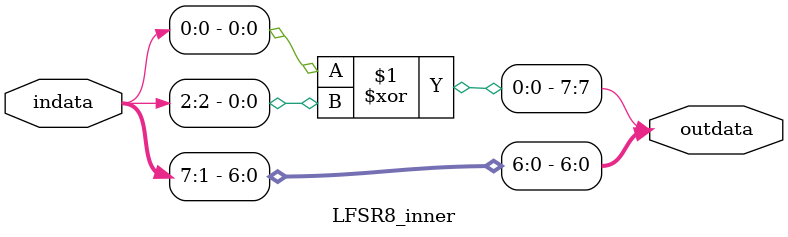
<source format=sv>
`timescale 1ns / 1ps
/*
LFSR function w in tweak update
*/
module LFSR
    #(parameter n=128, parameter inv=0)
    (
        input wire [n-1:0] indata,
        output wire [n-1:0] outdata
    );
	localparam m=n>>4;
    /*
    indices is actually a bit set,
    while a permutation is an ordered list of elements
    */
    localparam [15:0] indices = 
        1'b1 << 0 | 1'b1 << 1 | 1'b1 << 3 | 1'b1 << 4 | 1'b1 << 8 | 1'b1 << 11 | 1'b1 << 13;
    // get inner states
    wire [n-1:0] inIS;// = {<<m{indata}};
    wire [n-1:0] outIS;
    //assign outdata = {<<m{outIS}};
    genvar i;
    generate
		// replace streaming operators
		for(i=0; i<16; i=i+1)begin
			assign inIS[(15-i)*m+:m] = indata[i*m+:m];
			assign outdata[(15-i)*m+:m] = outIS[i*m+:m];
		end
        for(i=0; i<16; i=i+1)begin
            if(indices[i] == 1'b1)
                LFSR_inner #(.n(n), .inv(inv)) inner(inIS[i*m+:m], outIS[i*m+:m]);
            else
                assign outIS[i*m+:m] = inIS[i*m+:m];
        end
    endgenerate
endmodule

/*
inner LFSR
*/
module LFSR_inner
    #(parameter n=128, parameter inv=0)
    (
		indata, outdata
    );
	localparam m=n>>4;        
	input wire [m-1:0] indata;
	output wire [m-1:0] outdata;

    if(m==8)
        LFSR8_inner #(.inv(inv)) inner8(indata, outdata);
    else if(m==4)
        LFSR4_inner #(.inv(inv)) inner4(indata, outdata);
    // otherwise error
endmodule

module LFSR4_inner
    #(parameter inv=0)
    (
    input wire [3:0] indata,
    output wire [3:0] outdata
    );
    generate
        if(inv)
            assign outdata = {indata[2:0], indata[3]^indata[0]};
        else
            assign outdata = {indata[0]^indata[1], indata[3:1]};
    endgenerate
endmodule

module LFSR8_inner
    #(parameter inv=0)
    (
        input wire [7:0] indata,
        output wire [7:0] outdata
    );
    generate
        if(inv)
            assign outdata = {indata[6:0], indata[7]^indata[1]};
        else
            assign outdata = {indata[0]^indata[2], indata[7:1]};
    endgenerate
endmodule


</source>
